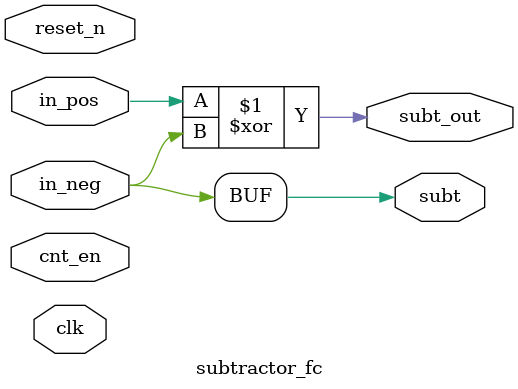
<source format=v>

module sc2bin_fc (
   clk,              // I: Clock
   reset_n,          // I: Async reset
   clr,              // I: Counter clear
   cnt_en,           // I: Enables counter
   act_en,           // I: Enables subtractor, ReLU, left shift
   sc_pos,           // I: Incoming + stochastic # stream
   sc_neg,           // I: Incoming - stochastic # stream
   shft_amt,         // I: Amount to shift
   bin_out           // O: Output binary value
);

////////////////////////////////////////
// Params
// Output bitwidth
parameter BITWIDTH_INT = 10;      //output bitwidth
parameter BITWIDTH_OUT = 8;      //output bitwidth
// Maximum supported shift value
parameter            MAX_SHFT = 4;
// Optional register generation switches
parameter            SUBT_REG = 0;
parameter            RELU_REG = 0;
parameter            SHFT_REG = 0;

////////////////////////////////////////
// Inputs
input                clk;
input                reset_n;
input                clr;
// Counter enable
input                cnt_en;
// Subtractor, ReLU, shift enable
input                act_en;
// Positive stochastic stream
input                sc_pos;
// Negative stochastic stream
input                sc_neg;
// Indicated shift amount
input [(MAX_SHFT>0 ? $clog2(MAX_SHFT+1)-1:0):0] shft_amt;  

////////////////////////////////////////
// Outputs
// Binary result, output of shift
output [BITWIDTH_OUT-1:0] bin_out;

////////////////////////////////////////
// Wires/registers
wire                 subt_out;
wire                 subt;
wire [BITWIDTH_INT-1:0]  cnt_out;   //subtractor value
wire [BITWIDTH_INT-1:0]    relu_out;   //ReLU output

   subtractor_fc 
   subtractor_fc (
      .in_pos(sc_pos),
      .in_neg(sc_neg),
      .clk(clk), .reset_n(reset_n),
      .cnt_en(cnt_en),
      .subt_out(subt_out),
      .subt(subt));

   cnt_up_fc #(.BITWIDTH(BITWIDTH_INT))
   cnt_up_fc(
      .sc(subt_out),
      .subt(subt),
      .cnt_en(cnt_en),
      .clk(clk),
      .reset_n(reset_n),
      .clr(clr),
      .cnt_out(cnt_out));

   relu #(.BITWIDTH(BITWIDTH_INT),
          .RELU_REG(RELU_REG))   //ReLU
   rect_lin_fc (
      .relu_in(cnt_out),
      .act_en(act_en),
      .clk(clk), .reset_n(reset_n),
      .relu_out(relu_out));


   shft_left #(.BITWIDTH_IN(BITWIDTH_INT),   //shifter
               .BITWIDTH_OUT(BITWIDTH_OUT),
               .MAX_SHFT(MAX_SHFT),
               .SHFT_REG(SHFT_REG))
   shft_fc(
      .shft_in(relu_out),
      .shft_amt(shft_amt),
      .act_en(act_en), .clk(clk), .reset_n(reset_n),
      .shft_out(bin_out));
endmodule

///////////////////////////////////////////////
//   Counter
//      +0 00
//      +1 01
//      +1 10
//      +2 11
///////////////////////////////////////////////
module cnt_up_fc
   #(
      parameter BITWIDTH = 8
   )
   (
      input       sc,
      input subt,
      input cnt_en, clk, reset_n,
      input clr,
      output [BITWIDTH-1:0] cnt_out
   );

   reg [BITWIDTH-1:0] cnt_val;
   assign cnt_out = cnt_val;

   always @(posedge clk or negedge reset_n) begin
      if(~reset_n) begin
         cnt_val <= 0;
      end 
      else begin
         if (clr) begin
            cnt_val <= 0;
         end
         else if(cnt_en) begin
            cnt_val <= subt ? (cnt_val - sc) : (cnt_val + sc);
         end
      end
   end
endmodule

///////////////////////////////////////////////
//   Subtractor module for counters
///////////////////////////////////////////////
module subtractor_fc
   (
      input clk, reset_n,
      input       in_pos, in_neg,
      input cnt_en, 
      output       subt_out,
      output subt
   );
   
   assign subt_out = in_pos ^ in_neg;
   assign subt = in_neg ;
endmodule


</source>
